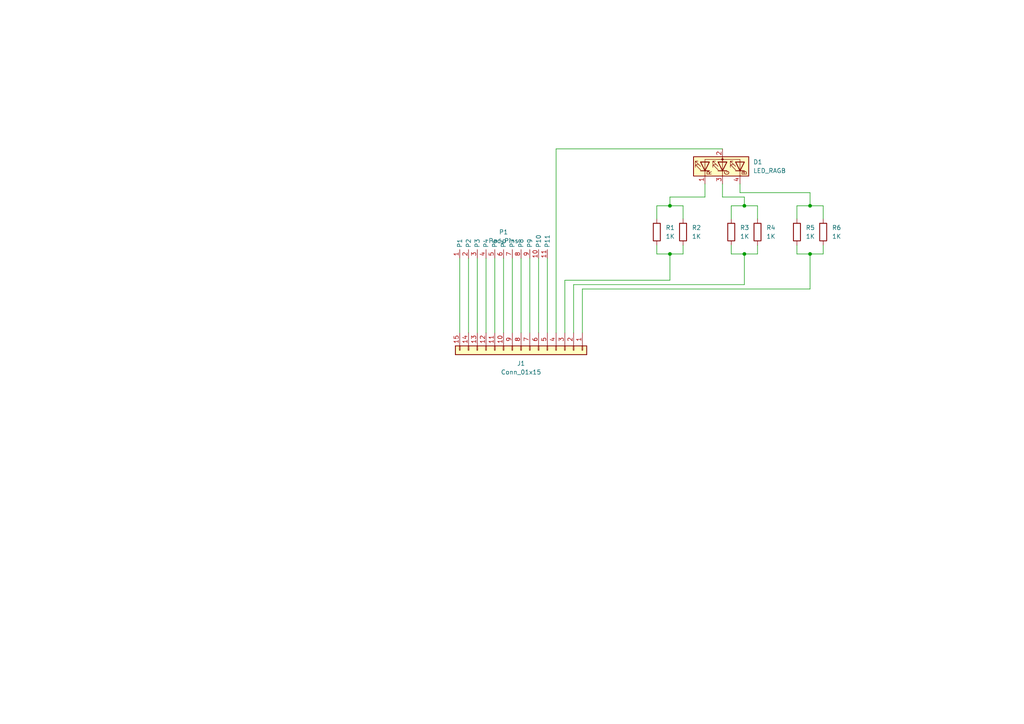
<source format=kicad_sch>
(kicad_sch (version 20211123) (generator eeschema)

  (uuid 9972677b-bee8-47b0-a170-a3c4df058d93)

  (paper "A4")

  (lib_symbols
    (symbol "Connector_Generic:Conn_01x15" (pin_names (offset 1.016) hide) (in_bom yes) (on_board yes)
      (property "Reference" "J" (id 0) (at 0 20.32 0)
        (effects (font (size 1.27 1.27)))
      )
      (property "Value" "Conn_01x15" (id 1) (at 0 -20.32 0)
        (effects (font (size 1.27 1.27)))
      )
      (property "Footprint" "" (id 2) (at 0 0 0)
        (effects (font (size 1.27 1.27)) hide)
      )
      (property "Datasheet" "~" (id 3) (at 0 0 0)
        (effects (font (size 1.27 1.27)) hide)
      )
      (property "ki_keywords" "connector" (id 4) (at 0 0 0)
        (effects (font (size 1.27 1.27)) hide)
      )
      (property "ki_description" "Generic connector, single row, 01x15, script generated (kicad-library-utils/schlib/autogen/connector/)" (id 5) (at 0 0 0)
        (effects (font (size 1.27 1.27)) hide)
      )
      (property "ki_fp_filters" "Connector*:*_1x??_*" (id 6) (at 0 0 0)
        (effects (font (size 1.27 1.27)) hide)
      )
      (symbol "Conn_01x15_1_1"
        (rectangle (start -1.27 -17.653) (end 0 -17.907)
          (stroke (width 0.1524) (type default) (color 0 0 0 0))
          (fill (type none))
        )
        (rectangle (start -1.27 -15.113) (end 0 -15.367)
          (stroke (width 0.1524) (type default) (color 0 0 0 0))
          (fill (type none))
        )
        (rectangle (start -1.27 -12.573) (end 0 -12.827)
          (stroke (width 0.1524) (type default) (color 0 0 0 0))
          (fill (type none))
        )
        (rectangle (start -1.27 -10.033) (end 0 -10.287)
          (stroke (width 0.1524) (type default) (color 0 0 0 0))
          (fill (type none))
        )
        (rectangle (start -1.27 -7.493) (end 0 -7.747)
          (stroke (width 0.1524) (type default) (color 0 0 0 0))
          (fill (type none))
        )
        (rectangle (start -1.27 -4.953) (end 0 -5.207)
          (stroke (width 0.1524) (type default) (color 0 0 0 0))
          (fill (type none))
        )
        (rectangle (start -1.27 -2.413) (end 0 -2.667)
          (stroke (width 0.1524) (type default) (color 0 0 0 0))
          (fill (type none))
        )
        (rectangle (start -1.27 0.127) (end 0 -0.127)
          (stroke (width 0.1524) (type default) (color 0 0 0 0))
          (fill (type none))
        )
        (rectangle (start -1.27 2.667) (end 0 2.413)
          (stroke (width 0.1524) (type default) (color 0 0 0 0))
          (fill (type none))
        )
        (rectangle (start -1.27 5.207) (end 0 4.953)
          (stroke (width 0.1524) (type default) (color 0 0 0 0))
          (fill (type none))
        )
        (rectangle (start -1.27 7.747) (end 0 7.493)
          (stroke (width 0.1524) (type default) (color 0 0 0 0))
          (fill (type none))
        )
        (rectangle (start -1.27 10.287) (end 0 10.033)
          (stroke (width 0.1524) (type default) (color 0 0 0 0))
          (fill (type none))
        )
        (rectangle (start -1.27 12.827) (end 0 12.573)
          (stroke (width 0.1524) (type default) (color 0 0 0 0))
          (fill (type none))
        )
        (rectangle (start -1.27 15.367) (end 0 15.113)
          (stroke (width 0.1524) (type default) (color 0 0 0 0))
          (fill (type none))
        )
        (rectangle (start -1.27 17.907) (end 0 17.653)
          (stroke (width 0.1524) (type default) (color 0 0 0 0))
          (fill (type none))
        )
        (rectangle (start -1.27 19.05) (end 1.27 -19.05)
          (stroke (width 0.254) (type default) (color 0 0 0 0))
          (fill (type background))
        )
        (pin passive line (at -5.08 17.78 0) (length 3.81)
          (name "Pin_1" (effects (font (size 1.27 1.27))))
          (number "1" (effects (font (size 1.27 1.27))))
        )
        (pin passive line (at -5.08 -5.08 0) (length 3.81)
          (name "Pin_10" (effects (font (size 1.27 1.27))))
          (number "10" (effects (font (size 1.27 1.27))))
        )
        (pin passive line (at -5.08 -7.62 0) (length 3.81)
          (name "Pin_11" (effects (font (size 1.27 1.27))))
          (number "11" (effects (font (size 1.27 1.27))))
        )
        (pin passive line (at -5.08 -10.16 0) (length 3.81)
          (name "Pin_12" (effects (font (size 1.27 1.27))))
          (number "12" (effects (font (size 1.27 1.27))))
        )
        (pin passive line (at -5.08 -12.7 0) (length 3.81)
          (name "Pin_13" (effects (font (size 1.27 1.27))))
          (number "13" (effects (font (size 1.27 1.27))))
        )
        (pin passive line (at -5.08 -15.24 0) (length 3.81)
          (name "Pin_14" (effects (font (size 1.27 1.27))))
          (number "14" (effects (font (size 1.27 1.27))))
        )
        (pin passive line (at -5.08 -17.78 0) (length 3.81)
          (name "Pin_15" (effects (font (size 1.27 1.27))))
          (number "15" (effects (font (size 1.27 1.27))))
        )
        (pin passive line (at -5.08 15.24 0) (length 3.81)
          (name "Pin_2" (effects (font (size 1.27 1.27))))
          (number "2" (effects (font (size 1.27 1.27))))
        )
        (pin passive line (at -5.08 12.7 0) (length 3.81)
          (name "Pin_3" (effects (font (size 1.27 1.27))))
          (number "3" (effects (font (size 1.27 1.27))))
        )
        (pin passive line (at -5.08 10.16 0) (length 3.81)
          (name "Pin_4" (effects (font (size 1.27 1.27))))
          (number "4" (effects (font (size 1.27 1.27))))
        )
        (pin passive line (at -5.08 7.62 0) (length 3.81)
          (name "Pin_5" (effects (font (size 1.27 1.27))))
          (number "5" (effects (font (size 1.27 1.27))))
        )
        (pin passive line (at -5.08 5.08 0) (length 3.81)
          (name "Pin_6" (effects (font (size 1.27 1.27))))
          (number "6" (effects (font (size 1.27 1.27))))
        )
        (pin passive line (at -5.08 2.54 0) (length 3.81)
          (name "Pin_7" (effects (font (size 1.27 1.27))))
          (number "7" (effects (font (size 1.27 1.27))))
        )
        (pin passive line (at -5.08 0 0) (length 3.81)
          (name "Pin_8" (effects (font (size 1.27 1.27))))
          (number "8" (effects (font (size 1.27 1.27))))
        )
        (pin passive line (at -5.08 -2.54 0) (length 3.81)
          (name "Pin_9" (effects (font (size 1.27 1.27))))
          (number "9" (effects (font (size 1.27 1.27))))
        )
      )
    )
    (symbol "Device:LED_RAGB" (pin_names (offset 0) hide) (in_bom yes) (on_board yes)
      (property "Reference" "D" (id 0) (at 0 9.398 0)
        (effects (font (size 1.27 1.27)))
      )
      (property "Value" "LED_RAGB" (id 1) (at 0 -8.89 0)
        (effects (font (size 1.27 1.27)))
      )
      (property "Footprint" "" (id 2) (at 0 -1.27 0)
        (effects (font (size 1.27 1.27)) hide)
      )
      (property "Datasheet" "~" (id 3) (at 0 -1.27 0)
        (effects (font (size 1.27 1.27)) hide)
      )
      (property "ki_keywords" "LED RGB diode" (id 4) (at 0 0 0)
        (effects (font (size 1.27 1.27)) hide)
      )
      (property "ki_description" "RGB LED, red/anode/green/blue" (id 5) (at 0 0 0)
        (effects (font (size 1.27 1.27)) hide)
      )
      (property "ki_fp_filters" "LED* LED_SMD:* LED_THT:*" (id 6) (at 0 0 0)
        (effects (font (size 1.27 1.27)) hide)
      )
      (symbol "LED_RAGB_0_0"
        (text "B" (at -1.905 -6.35 0)
          (effects (font (size 1.27 1.27)))
        )
        (text "G" (at -1.905 -1.27 0)
          (effects (font (size 1.27 1.27)))
        )
        (text "R" (at -1.905 3.81 0)
          (effects (font (size 1.27 1.27)))
        )
      )
      (symbol "LED_RAGB_0_1"
        (polyline
          (pts
            (xy -1.27 -5.08)
            (xy -2.54 -5.08)
          )
          (stroke (width 0) (type default) (color 0 0 0 0))
          (fill (type none))
        )
        (polyline
          (pts
            (xy -1.27 -5.08)
            (xy 1.27 -5.08)
          )
          (stroke (width 0) (type default) (color 0 0 0 0))
          (fill (type none))
        )
        (polyline
          (pts
            (xy -1.27 -3.81)
            (xy -1.27 -6.35)
          )
          (stroke (width 0.254) (type default) (color 0 0 0 0))
          (fill (type none))
        )
        (polyline
          (pts
            (xy -1.27 0)
            (xy -2.54 0)
          )
          (stroke (width 0) (type default) (color 0 0 0 0))
          (fill (type none))
        )
        (polyline
          (pts
            (xy -1.27 1.27)
            (xy -1.27 -1.27)
          )
          (stroke (width 0.254) (type default) (color 0 0 0 0))
          (fill (type none))
        )
        (polyline
          (pts
            (xy -1.27 5.08)
            (xy -2.54 5.08)
          )
          (stroke (width 0) (type default) (color 0 0 0 0))
          (fill (type none))
        )
        (polyline
          (pts
            (xy -1.27 5.08)
            (xy 1.27 5.08)
          )
          (stroke (width 0) (type default) (color 0 0 0 0))
          (fill (type none))
        )
        (polyline
          (pts
            (xy -1.27 6.35)
            (xy -1.27 3.81)
          )
          (stroke (width 0.254) (type default) (color 0 0 0 0))
          (fill (type none))
        )
        (polyline
          (pts
            (xy 1.27 0)
            (xy -1.27 0)
          )
          (stroke (width 0) (type default) (color 0 0 0 0))
          (fill (type none))
        )
        (polyline
          (pts
            (xy 1.27 0)
            (xy 2.54 0)
          )
          (stroke (width 0) (type default) (color 0 0 0 0))
          (fill (type none))
        )
        (polyline
          (pts
            (xy -1.27 1.27)
            (xy -1.27 -1.27)
            (xy -1.27 -1.27)
          )
          (stroke (width 0) (type default) (color 0 0 0 0))
          (fill (type none))
        )
        (polyline
          (pts
            (xy -1.27 6.35)
            (xy -1.27 3.81)
            (xy -1.27 3.81)
          )
          (stroke (width 0) (type default) (color 0 0 0 0))
          (fill (type none))
        )
        (polyline
          (pts
            (xy 1.27 -5.08)
            (xy 2.032 -5.08)
            (xy 2.032 5.08)
            (xy 1.27 5.08)
          )
          (stroke (width 0) (type default) (color 0 0 0 0))
          (fill (type none))
        )
        (polyline
          (pts
            (xy 1.27 -3.81)
            (xy 1.27 -6.35)
            (xy -1.27 -5.08)
            (xy 1.27 -3.81)
          )
          (stroke (width 0.254) (type default) (color 0 0 0 0))
          (fill (type none))
        )
        (polyline
          (pts
            (xy 1.27 1.27)
            (xy 1.27 -1.27)
            (xy -1.27 0)
            (xy 1.27 1.27)
          )
          (stroke (width 0.254) (type default) (color 0 0 0 0))
          (fill (type none))
        )
        (polyline
          (pts
            (xy 1.27 6.35)
            (xy 1.27 3.81)
            (xy -1.27 5.08)
            (xy 1.27 6.35)
          )
          (stroke (width 0.254) (type default) (color 0 0 0 0))
          (fill (type none))
        )
        (polyline
          (pts
            (xy -1.016 -3.81)
            (xy 0.508 -2.286)
            (xy -0.254 -2.286)
            (xy 0.508 -2.286)
            (xy 0.508 -3.048)
          )
          (stroke (width 0) (type default) (color 0 0 0 0))
          (fill (type none))
        )
        (polyline
          (pts
            (xy -1.016 1.27)
            (xy 0.508 2.794)
            (xy -0.254 2.794)
            (xy 0.508 2.794)
            (xy 0.508 2.032)
          )
          (stroke (width 0) (type default) (color 0 0 0 0))
          (fill (type none))
        )
        (polyline
          (pts
            (xy -1.016 6.35)
            (xy 0.508 7.874)
            (xy -0.254 7.874)
            (xy 0.508 7.874)
            (xy 0.508 7.112)
          )
          (stroke (width 0) (type default) (color 0 0 0 0))
          (fill (type none))
        )
        (polyline
          (pts
            (xy 0 -3.81)
            (xy 1.524 -2.286)
            (xy 0.762 -2.286)
            (xy 1.524 -2.286)
            (xy 1.524 -3.048)
          )
          (stroke (width 0) (type default) (color 0 0 0 0))
          (fill (type none))
        )
        (polyline
          (pts
            (xy 0 1.27)
            (xy 1.524 2.794)
            (xy 0.762 2.794)
            (xy 1.524 2.794)
            (xy 1.524 2.032)
          )
          (stroke (width 0) (type default) (color 0 0 0 0))
          (fill (type none))
        )
        (polyline
          (pts
            (xy 0 6.35)
            (xy 1.524 7.874)
            (xy 0.762 7.874)
            (xy 1.524 7.874)
            (xy 1.524 7.112)
          )
          (stroke (width 0) (type default) (color 0 0 0 0))
          (fill (type none))
        )
        (rectangle (start 1.27 -1.27) (end 1.27 1.27)
          (stroke (width 0) (type default) (color 0 0 0 0))
          (fill (type none))
        )
        (rectangle (start 1.27 1.27) (end 1.27 1.27)
          (stroke (width 0) (type default) (color 0 0 0 0))
          (fill (type none))
        )
        (rectangle (start 1.27 3.81) (end 1.27 6.35)
          (stroke (width 0) (type default) (color 0 0 0 0))
          (fill (type none))
        )
        (rectangle (start 1.27 6.35) (end 1.27 6.35)
          (stroke (width 0) (type default) (color 0 0 0 0))
          (fill (type none))
        )
        (circle (center 2.032 0) (radius 0.254)
          (stroke (width 0) (type default) (color 0 0 0 0))
          (fill (type outline))
        )
        (rectangle (start 2.794 8.382) (end -2.794 -7.62)
          (stroke (width 0.254) (type default) (color 0 0 0 0))
          (fill (type background))
        )
      )
      (symbol "LED_RAGB_1_1"
        (pin passive line (at -5.08 5.08 0) (length 2.54)
          (name "RK" (effects (font (size 1.27 1.27))))
          (number "1" (effects (font (size 1.27 1.27))))
        )
        (pin passive line (at 5.08 0 180) (length 2.54)
          (name "A" (effects (font (size 1.27 1.27))))
          (number "2" (effects (font (size 1.27 1.27))))
        )
        (pin passive line (at -5.08 0 0) (length 2.54)
          (name "GK" (effects (font (size 1.27 1.27))))
          (number "3" (effects (font (size 1.27 1.27))))
        )
        (pin passive line (at -5.08 -5.08 0) (length 2.54)
          (name "BK" (effects (font (size 1.27 1.27))))
          (number "4" (effects (font (size 1.27 1.27))))
        )
      )
    )
    (symbol "Device:R" (pin_numbers hide) (pin_names (offset 0)) (in_bom yes) (on_board yes)
      (property "Reference" "R" (id 0) (at 2.032 0 90)
        (effects (font (size 1.27 1.27)))
      )
      (property "Value" "R" (id 1) (at 0 0 90)
        (effects (font (size 1.27 1.27)))
      )
      (property "Footprint" "" (id 2) (at -1.778 0 90)
        (effects (font (size 1.27 1.27)) hide)
      )
      (property "Datasheet" "~" (id 3) (at 0 0 0)
        (effects (font (size 1.27 1.27)) hide)
      )
      (property "ki_keywords" "R res resistor" (id 4) (at 0 0 0)
        (effects (font (size 1.27 1.27)) hide)
      )
      (property "ki_description" "Resistor" (id 5) (at 0 0 0)
        (effects (font (size 1.27 1.27)) hide)
      )
      (property "ki_fp_filters" "R_*" (id 6) (at 0 0 0)
        (effects (font (size 1.27 1.27)) hide)
      )
      (symbol "R_0_1"
        (rectangle (start -1.016 -2.54) (end 1.016 2.54)
          (stroke (width 0.254) (type default) (color 0 0 0 0))
          (fill (type none))
        )
      )
      (symbol "R_1_1"
        (pin passive line (at 0 3.81 270) (length 1.27)
          (name "~" (effects (font (size 1.27 1.27))))
          (number "1" (effects (font (size 1.27 1.27))))
        )
        (pin passive line (at 0 -3.81 90) (length 1.27)
          (name "~" (effects (font (size 1.27 1.27))))
          (number "2" (effects (font (size 1.27 1.27))))
        )
      )
    )
    (symbol "FP_Keypad:Pad_Pins" (in_bom yes) (on_board yes)
      (property "Reference" "P" (id 0) (at 0 7.62 0)
        (effects (font (size 1.27 1.27)))
      )
      (property "Value" "Pad_Pins" (id 1) (at 0 -7.62 0)
        (effects (font (size 1.27 1.27)))
      )
      (property "Footprint" "" (id 2) (at -6.35 5.08 0)
        (effects (font (size 1.27 1.27)) hide)
      )
      (property "Datasheet" "" (id 3) (at -6.35 5.08 0)
        (effects (font (size 1.27 1.27)) hide)
      )
      (symbol "Pad_Pins_1_1"
        (pin output line (at -12.7 0 90) (length 2.54)
          (name "P1" (effects (font (size 1.27 1.27))))
          (number "1" (effects (font (size 1.27 1.27))))
        )
        (pin output line (at 10.16 0 90) (length 2.54)
          (name "P10" (effects (font (size 1.27 1.27))))
          (number "10" (effects (font (size 1.27 1.27))))
        )
        (pin output line (at 12.7 0 90) (length 2.54)
          (name "P11" (effects (font (size 1.27 1.27))))
          (number "11" (effects (font (size 1.27 1.27))))
        )
        (pin output line (at -10.16 0 90) (length 2.54)
          (name "P2" (effects (font (size 1.27 1.27))))
          (number "2" (effects (font (size 1.27 1.27))))
        )
        (pin output line (at -7.62 0 90) (length 2.54)
          (name "P3" (effects (font (size 1.27 1.27))))
          (number "3" (effects (font (size 1.27 1.27))))
        )
        (pin output line (at -5.08 0 90) (length 2.54)
          (name "P4" (effects (font (size 1.27 1.27))))
          (number "4" (effects (font (size 1.27 1.27))))
        )
        (pin output line (at -2.54 0 90) (length 2.54)
          (name "P5" (effects (font (size 1.27 1.27))))
          (number "5" (effects (font (size 1.27 1.27))))
        )
        (pin output line (at 0 0 90) (length 2.54)
          (name "P6" (effects (font (size 1.27 1.27))))
          (number "6" (effects (font (size 1.27 1.27))))
        )
        (pin output line (at 2.54 0 90) (length 2.54)
          (name "P7" (effects (font (size 1.27 1.27))))
          (number "7" (effects (font (size 1.27 1.27))))
        )
        (pin output line (at 5.08 0 90) (length 2.54)
          (name "P8" (effects (font (size 1.27 1.27))))
          (number "8" (effects (font (size 1.27 1.27))))
        )
        (pin output line (at 7.62 0 90) (length 2.54)
          (name "P9" (effects (font (size 1.27 1.27))))
          (number "9" (effects (font (size 1.27 1.27))))
        )
      )
    )
  )

  (junction (at 234.95 73.66) (diameter 0) (color 0 0 0 0)
    (uuid 0b71f8d2-3097-4cea-abd6-6f18d197bcff)
  )
  (junction (at 215.9 59.69) (diameter 0) (color 0 0 0 0)
    (uuid 1b7611b2-127f-43fc-904d-76437255f8a7)
  )
  (junction (at 194.31 73.66) (diameter 0) (color 0 0 0 0)
    (uuid 3f02b955-c489-4feb-aad2-8789da11c093)
  )
  (junction (at 215.9 73.66) (diameter 0) (color 0 0 0 0)
    (uuid 453265ce-6c6e-469b-b4a6-6ef224e2b9cf)
  )
  (junction (at 194.31 59.69) (diameter 0) (color 0 0 0 0)
    (uuid e4972da6-7722-406d-a4dd-70a55eab8481)
  )
  (junction (at 234.95 59.69) (diameter 0) (color 0 0 0 0)
    (uuid edee798e-9951-4b74-b31c-0f404ae383bc)
  )

  (wire (pts (xy 198.12 73.66) (xy 198.12 71.12))
    (stroke (width 0) (type default) (color 0 0 0 0))
    (uuid 01bb07b7-5eda-4da8-b61b-2d6248635b61)
  )
  (wire (pts (xy 168.91 83.82) (xy 234.95 83.82))
    (stroke (width 0) (type default) (color 0 0 0 0))
    (uuid 01e98450-684e-414d-a12c-179b96fd374a)
  )
  (wire (pts (xy 238.76 59.69) (xy 238.76 63.5))
    (stroke (width 0) (type default) (color 0 0 0 0))
    (uuid 075cbd41-e059-4999-a3b0-80ab73d34f84)
  )
  (wire (pts (xy 234.95 59.69) (xy 238.76 59.69))
    (stroke (width 0) (type default) (color 0 0 0 0))
    (uuid 08be161e-5574-4685-9824-2f53afe458f7)
  )
  (wire (pts (xy 194.31 73.66) (xy 198.12 73.66))
    (stroke (width 0) (type default) (color 0 0 0 0))
    (uuid 0a8ea2e3-07c3-4e9e-95fb-56768f23a080)
  )
  (wire (pts (xy 234.95 55.88) (xy 234.95 59.69))
    (stroke (width 0) (type default) (color 0 0 0 0))
    (uuid 0f48e6f2-844e-49db-b756-adef81673018)
  )
  (wire (pts (xy 209.55 43.18) (xy 161.29 43.18))
    (stroke (width 0) (type default) (color 0 0 0 0))
    (uuid 0f576882-bf86-4e8c-8727-80413ffd1582)
  )
  (wire (pts (xy 209.55 53.34) (xy 209.55 57.15))
    (stroke (width 0) (type default) (color 0 0 0 0))
    (uuid 1858649d-3564-4306-b3ba-62004bdfdb9c)
  )
  (wire (pts (xy 214.63 53.34) (xy 214.63 55.88))
    (stroke (width 0) (type default) (color 0 0 0 0))
    (uuid 202d0e4b-c593-40e6-9ef9-bc57914737ab)
  )
  (wire (pts (xy 156.21 74.93) (xy 156.21 96.52))
    (stroke (width 0) (type default) (color 0 0 0 0))
    (uuid 253fab67-1bd1-4fba-bc95-569ec161ad68)
  )
  (wire (pts (xy 153.67 74.93) (xy 153.67 96.52))
    (stroke (width 0) (type default) (color 0 0 0 0))
    (uuid 2772f6a2-533a-45c5-b354-caf5749aae38)
  )
  (wire (pts (xy 231.14 73.66) (xy 234.95 73.66))
    (stroke (width 0) (type default) (color 0 0 0 0))
    (uuid 2f90215b-e393-4b25-9a9c-7c804aa70eca)
  )
  (wire (pts (xy 135.89 74.93) (xy 135.89 96.52))
    (stroke (width 0) (type default) (color 0 0 0 0))
    (uuid 30990bd3-6571-4398-a8b1-ed8942c0f011)
  )
  (wire (pts (xy 143.51 74.93) (xy 143.51 96.52))
    (stroke (width 0) (type default) (color 0 0 0 0))
    (uuid 3a8fa8a2-5fc1-40af-a6ab-0b36319fa518)
  )
  (wire (pts (xy 234.95 73.66) (xy 234.95 83.82))
    (stroke (width 0) (type default) (color 0 0 0 0))
    (uuid 4e2c9139-6e41-42ac-af1e-b709d528cd70)
  )
  (wire (pts (xy 215.9 73.66) (xy 219.71 73.66))
    (stroke (width 0) (type default) (color 0 0 0 0))
    (uuid 51ffeb99-a0d1-4332-97e0-7ae46b356fdb)
  )
  (wire (pts (xy 234.95 73.66) (xy 238.76 73.66))
    (stroke (width 0) (type default) (color 0 0 0 0))
    (uuid 570828c0-d606-41a0-b767-8b34cf9929e8)
  )
  (wire (pts (xy 151.13 74.93) (xy 151.13 96.52))
    (stroke (width 0) (type default) (color 0 0 0 0))
    (uuid 5f010a31-315a-405c-8a10-a4307abe7ff1)
  )
  (wire (pts (xy 209.55 57.15) (xy 215.9 57.15))
    (stroke (width 0) (type default) (color 0 0 0 0))
    (uuid 6678ab4e-07d7-4193-8eaf-37f5182a04b3)
  )
  (wire (pts (xy 198.12 59.69) (xy 198.12 63.5))
    (stroke (width 0) (type default) (color 0 0 0 0))
    (uuid 66950b6c-bb56-46d2-a85a-1c0ba8314796)
  )
  (wire (pts (xy 190.5 59.69) (xy 194.31 59.69))
    (stroke (width 0) (type default) (color 0 0 0 0))
    (uuid 689f83b3-a6fa-4519-bd19-ce186a717680)
  )
  (wire (pts (xy 238.76 73.66) (xy 238.76 71.12))
    (stroke (width 0) (type default) (color 0 0 0 0))
    (uuid 68b53f7d-3d14-4aa6-a70f-6bcbb672bf56)
  )
  (wire (pts (xy 215.9 57.15) (xy 215.9 59.69))
    (stroke (width 0) (type default) (color 0 0 0 0))
    (uuid 711c5f8c-6bf3-4f0c-881c-0af30115e5ae)
  )
  (wire (pts (xy 148.59 74.93) (xy 148.59 96.52))
    (stroke (width 0) (type default) (color 0 0 0 0))
    (uuid 7293c879-fbe6-4c03-ad85-4c995c87035c)
  )
  (wire (pts (xy 212.09 71.12) (xy 212.09 73.66))
    (stroke (width 0) (type default) (color 0 0 0 0))
    (uuid 75845f94-0a1c-434b-b442-ed1626d027b4)
  )
  (wire (pts (xy 133.35 74.93) (xy 133.35 96.52))
    (stroke (width 0) (type default) (color 0 0 0 0))
    (uuid 79b6ad09-c682-4c6a-8692-ba643562ee79)
  )
  (wire (pts (xy 190.5 73.66) (xy 194.31 73.66))
    (stroke (width 0) (type default) (color 0 0 0 0))
    (uuid 7e9329c4-16a3-4986-8f6c-7cae4830d5f3)
  )
  (wire (pts (xy 146.05 74.93) (xy 146.05 96.52))
    (stroke (width 0) (type default) (color 0 0 0 0))
    (uuid 833f63f6-4f06-490b-9dee-147d86972e7c)
  )
  (wire (pts (xy 214.63 55.88) (xy 234.95 55.88))
    (stroke (width 0) (type default) (color 0 0 0 0))
    (uuid 8433e38f-e6cd-4f48-b58f-f0124901c0a5)
  )
  (wire (pts (xy 161.29 43.18) (xy 161.29 96.52))
    (stroke (width 0) (type default) (color 0 0 0 0))
    (uuid 8e84081f-4c60-4e28-ba78-cbd6e4023f76)
  )
  (wire (pts (xy 158.75 74.93) (xy 158.75 96.52))
    (stroke (width 0) (type default) (color 0 0 0 0))
    (uuid 93f52434-7cd2-4885-a9ab-d1d17da5b6f5)
  )
  (wire (pts (xy 231.14 63.5) (xy 231.14 59.69))
    (stroke (width 0) (type default) (color 0 0 0 0))
    (uuid 952f2c9e-22eb-4f87-b226-0774c048ea44)
  )
  (wire (pts (xy 166.37 82.55) (xy 215.9 82.55))
    (stroke (width 0) (type default) (color 0 0 0 0))
    (uuid 9ebb8961-1928-4d74-98ba-72ffa4597a8c)
  )
  (wire (pts (xy 166.37 96.52) (xy 166.37 82.55))
    (stroke (width 0) (type default) (color 0 0 0 0))
    (uuid 9fed3a0f-18e3-4e4c-a271-140f75b47fbd)
  )
  (wire (pts (xy 163.83 96.52) (xy 163.83 81.28))
    (stroke (width 0) (type default) (color 0 0 0 0))
    (uuid b12fbb6a-e398-4317-bd6b-488d21f0edcd)
  )
  (wire (pts (xy 168.91 96.52) (xy 168.91 83.82))
    (stroke (width 0) (type default) (color 0 0 0 0))
    (uuid b1adcc5c-15bb-43dd-ae7b-5443c22cbb05)
  )
  (wire (pts (xy 194.31 59.69) (xy 198.12 59.69))
    (stroke (width 0) (type default) (color 0 0 0 0))
    (uuid b4d99371-3e1e-4f15-ba79-4b581ed60d27)
  )
  (wire (pts (xy 190.5 71.12) (xy 190.5 73.66))
    (stroke (width 0) (type default) (color 0 0 0 0))
    (uuid b537aae8-f7e4-4904-a5f7-7b6b965e0c9c)
  )
  (wire (pts (xy 215.9 73.66) (xy 215.9 82.55))
    (stroke (width 0) (type default) (color 0 0 0 0))
    (uuid b5aef72b-6467-4b13-bacd-8c40e10d8a5e)
  )
  (wire (pts (xy 204.47 57.15) (xy 194.31 57.15))
    (stroke (width 0) (type default) (color 0 0 0 0))
    (uuid b69c8211-3dc1-4a6e-9fc4-cb90c3e7a372)
  )
  (wire (pts (xy 212.09 59.69) (xy 215.9 59.69))
    (stroke (width 0) (type default) (color 0 0 0 0))
    (uuid bd49d47f-5e0e-44ee-aba6-ebed9f1d7237)
  )
  (wire (pts (xy 212.09 63.5) (xy 212.09 59.69))
    (stroke (width 0) (type default) (color 0 0 0 0))
    (uuid c8268a62-f76f-46c3-bf73-58ae90fb8ed1)
  )
  (wire (pts (xy 215.9 59.69) (xy 219.71 59.69))
    (stroke (width 0) (type default) (color 0 0 0 0))
    (uuid c8c1517a-7bf4-4681-bc6e-3c92b3149b14)
  )
  (wire (pts (xy 231.14 59.69) (xy 234.95 59.69))
    (stroke (width 0) (type default) (color 0 0 0 0))
    (uuid ca535355-ae8a-4bb7-afa7-d51978482f97)
  )
  (wire (pts (xy 163.83 81.28) (xy 194.31 81.28))
    (stroke (width 0) (type default) (color 0 0 0 0))
    (uuid db390705-9673-417d-a673-3874017a1f92)
  )
  (wire (pts (xy 140.97 74.93) (xy 140.97 96.52))
    (stroke (width 0) (type default) (color 0 0 0 0))
    (uuid dcce5ac6-2e2a-43d1-af50-981c7068a6ab)
  )
  (wire (pts (xy 219.71 73.66) (xy 219.71 71.12))
    (stroke (width 0) (type default) (color 0 0 0 0))
    (uuid de6f0de3-2cf6-4eba-8e41-648db8a0e991)
  )
  (wire (pts (xy 194.31 57.15) (xy 194.31 59.69))
    (stroke (width 0) (type default) (color 0 0 0 0))
    (uuid dee26efd-4450-473b-b9f6-3af8f63a4354)
  )
  (wire (pts (xy 231.14 71.12) (xy 231.14 73.66))
    (stroke (width 0) (type default) (color 0 0 0 0))
    (uuid e81d3db1-a122-49f5-a93a-6480e5aa167d)
  )
  (wire (pts (xy 212.09 73.66) (xy 215.9 73.66))
    (stroke (width 0) (type default) (color 0 0 0 0))
    (uuid ed132e08-4ccd-41fc-b0df-93fa46235d4d)
  )
  (wire (pts (xy 219.71 59.69) (xy 219.71 63.5))
    (stroke (width 0) (type default) (color 0 0 0 0))
    (uuid ed96bf58-24f5-4e83-9991-a6fcd8524a2c)
  )
  (wire (pts (xy 194.31 81.28) (xy 194.31 73.66))
    (stroke (width 0) (type default) (color 0 0 0 0))
    (uuid ef58eabc-3ae8-410e-a6e0-a4912cecc196)
  )
  (wire (pts (xy 138.43 74.93) (xy 138.43 96.52))
    (stroke (width 0) (type default) (color 0 0 0 0))
    (uuid f377543d-c04d-4e23-aa87-7188a3ea31c8)
  )
  (wire (pts (xy 190.5 63.5) (xy 190.5 59.69))
    (stroke (width 0) (type default) (color 0 0 0 0))
    (uuid f7050568-b403-487e-a72a-38a110a92023)
  )
  (wire (pts (xy 204.47 53.34) (xy 204.47 57.15))
    (stroke (width 0) (type default) (color 0 0 0 0))
    (uuid fe741b3a-fbb1-44b2-87a4-8436b6678a9c)
  )

  (symbol (lib_id "Device:R") (at 212.09 67.31 180) (unit 1)
    (in_bom yes) (on_board yes) (fields_autoplaced)
    (uuid 04c8a015-f07e-405f-a399-8180b3cd2d12)
    (property "Reference" "R3" (id 0) (at 214.63 66.0399 0)
      (effects (font (size 1.27 1.27)) (justify right))
    )
    (property "Value" "1K" (id 1) (at 214.63 68.5799 0)
      (effects (font (size 1.27 1.27)) (justify right))
    )
    (property "Footprint" "Resistor_SMD:R_1206_3216Metric" (id 2) (at 213.868 67.31 90)
      (effects (font (size 1.27 1.27)) hide)
    )
    (property "Datasheet" "~" (id 3) (at 212.09 67.31 0)
      (effects (font (size 1.27 1.27)) hide)
    )
    (pin "1" (uuid 62242789-5bdb-40f6-a02c-df838a61e697))
    (pin "2" (uuid e96b07a3-2ba1-4809-84d1-8e22eef760f3))
  )

  (symbol (lib_id "Device:R") (at 231.14 67.31 180) (unit 1)
    (in_bom yes) (on_board yes) (fields_autoplaced)
    (uuid 0565eab0-3b3a-4168-80cf-bd999a21623d)
    (property "Reference" "R5" (id 0) (at 233.68 66.0399 0)
      (effects (font (size 1.27 1.27)) (justify right))
    )
    (property "Value" "1K" (id 1) (at 233.68 68.5799 0)
      (effects (font (size 1.27 1.27)) (justify right))
    )
    (property "Footprint" "Resistor_SMD:R_1206_3216Metric" (id 2) (at 232.918 67.31 90)
      (effects (font (size 1.27 1.27)) hide)
    )
    (property "Datasheet" "~" (id 3) (at 231.14 67.31 0)
      (effects (font (size 1.27 1.27)) hide)
    )
    (pin "1" (uuid 27707420-8e93-42fd-9578-ad5e202f75a7))
    (pin "2" (uuid 587e52f9-2cc4-4253-9e36-bda30d35b7e8))
  )

  (symbol (lib_id "Device:R") (at 198.12 67.31 180) (unit 1)
    (in_bom yes) (on_board yes) (fields_autoplaced)
    (uuid 15d7baa9-c6bf-4c0d-8cb7-f5408e3568b5)
    (property "Reference" "R2" (id 0) (at 200.66 66.0399 0)
      (effects (font (size 1.27 1.27)) (justify right))
    )
    (property "Value" "1K" (id 1) (at 200.66 68.5799 0)
      (effects (font (size 1.27 1.27)) (justify right))
    )
    (property "Footprint" "Resistor_SMD:R_1206_3216Metric" (id 2) (at 199.898 67.31 90)
      (effects (font (size 1.27 1.27)) hide)
    )
    (property "Datasheet" "~" (id 3) (at 198.12 67.31 0)
      (effects (font (size 1.27 1.27)) hide)
    )
    (pin "1" (uuid 463c0515-1a8a-44a8-bc1a-ffa1ea094e8f))
    (pin "2" (uuid 2344ba6e-c29d-4891-b026-2036511bfd08))
  )

  (symbol (lib_id "FP_Keypad:Pad_Pins") (at 146.05 74.93 0) (unit 1)
    (in_bom yes) (on_board yes) (fields_autoplaced)
    (uuid 2062b806-1b15-454a-9220-6cc181f88a6b)
    (property "Reference" "P1" (id 0) (at 146.05 67.31 0))
    (property "Value" "Pad_Pins" (id 1) (at 146.05 69.85 0))
    (property "Footprint" "Fp_Tablet_Library:Keypad Pads" (id 2) (at 139.7 69.85 0)
      (effects (font (size 1.27 1.27)) hide)
    )
    (property "Datasheet" "" (id 3) (at 139.7 69.85 0)
      (effects (font (size 1.27 1.27)) hide)
    )
    (pin "1" (uuid 4ea45c98-d7cf-464c-9486-4366ec6b4cdd))
    (pin "10" (uuid 901e5ec2-a9f8-4e84-9262-d1ca5d62a9df))
    (pin "11" (uuid a2eba034-8315-4a3f-87c5-b074129d9b89))
    (pin "2" (uuid 108f9a45-5793-45c3-9e71-170985ad53b3))
    (pin "3" (uuid 34a21dc3-6426-4e53-9fb3-937c5cfafe17))
    (pin "4" (uuid d9e1ac36-dada-4ead-ab92-6b88bb75bdd0))
    (pin "5" (uuid 1e6c9ce7-e789-4135-b5d3-9eb86715b348))
    (pin "6" (uuid 55a2519b-6e83-469e-a5de-eccc4448679d))
    (pin "7" (uuid aa4b9e9a-546d-42b6-a2da-75bcda7b6118))
    (pin "8" (uuid c55b8828-dcd7-441b-a84b-b6549d6f37a9))
    (pin "9" (uuid c9c6d7c1-ff36-4ef8-bf52-59837e173599))
  )

  (symbol (lib_id "Device:R") (at 219.71 67.31 180) (unit 1)
    (in_bom yes) (on_board yes) (fields_autoplaced)
    (uuid 737694a1-e1da-4724-8b51-cfe0192d5d62)
    (property "Reference" "R4" (id 0) (at 222.25 66.0399 0)
      (effects (font (size 1.27 1.27)) (justify right))
    )
    (property "Value" "1K" (id 1) (at 222.25 68.5799 0)
      (effects (font (size 1.27 1.27)) (justify right))
    )
    (property "Footprint" "Resistor_SMD:R_1206_3216Metric" (id 2) (at 221.488 67.31 90)
      (effects (font (size 1.27 1.27)) hide)
    )
    (property "Datasheet" "~" (id 3) (at 219.71 67.31 0)
      (effects (font (size 1.27 1.27)) hide)
    )
    (pin "1" (uuid e2fcb281-1f72-4147-8b6c-5bc1bb1e1571))
    (pin "2" (uuid bf978e09-ef4e-4d68-9a2b-c889ea6f8823))
  )

  (symbol (lib_id "Device:R") (at 238.76 67.31 180) (unit 1)
    (in_bom yes) (on_board yes) (fields_autoplaced)
    (uuid 870cd078-22e2-4424-88a4-86a83a152e8b)
    (property "Reference" "R6" (id 0) (at 241.3 66.0399 0)
      (effects (font (size 1.27 1.27)) (justify right))
    )
    (property "Value" "1K" (id 1) (at 241.3 68.5799 0)
      (effects (font (size 1.27 1.27)) (justify right))
    )
    (property "Footprint" "Resistor_SMD:R_1206_3216Metric" (id 2) (at 240.538 67.31 90)
      (effects (font (size 1.27 1.27)) hide)
    )
    (property "Datasheet" "~" (id 3) (at 238.76 67.31 0)
      (effects (font (size 1.27 1.27)) hide)
    )
    (pin "1" (uuid 7842be1c-69f8-47da-a87c-ae664fea6313))
    (pin "2" (uuid 3ab2ec94-0b71-4e49-bb9c-d5dabcbe1901))
  )

  (symbol (lib_id "Device:R") (at 190.5 67.31 180) (unit 1)
    (in_bom yes) (on_board yes) (fields_autoplaced)
    (uuid b6346b0a-bb01-4e48-89f7-5054374e0d0d)
    (property "Reference" "R1" (id 0) (at 193.04 66.0399 0)
      (effects (font (size 1.27 1.27)) (justify right))
    )
    (property "Value" "1K" (id 1) (at 193.04 68.5799 0)
      (effects (font (size 1.27 1.27)) (justify right))
    )
    (property "Footprint" "Resistor_SMD:R_1206_3216Metric" (id 2) (at 192.278 67.31 90)
      (effects (font (size 1.27 1.27)) hide)
    )
    (property "Datasheet" "~" (id 3) (at 190.5 67.31 0)
      (effects (font (size 1.27 1.27)) hide)
    )
    (pin "1" (uuid 93927c49-5ee1-4ac6-b668-9cc01dba8402))
    (pin "2" (uuid 5cdb2718-315e-4c06-804f-561b680e75ba))
  )

  (symbol (lib_id "Connector_Generic:Conn_01x15") (at 151.13 101.6 270) (unit 1)
    (in_bom yes) (on_board yes) (fields_autoplaced)
    (uuid d16e5ffd-b39b-4dd8-a55e-110e46c1c9d7)
    (property "Reference" "J1" (id 0) (at 151.13 105.41 90))
    (property "Value" "Conn_01x15" (id 1) (at 151.13 107.95 90))
    (property "Footprint" "Connector_PinHeader_2.54mm:PinHeader_1x15_P2.54mm_Vertical" (id 2) (at 151.13 101.6 0)
      (effects (font (size 1.27 1.27)) hide)
    )
    (property "Datasheet" "~" (id 3) (at 151.13 101.6 0)
      (effects (font (size 1.27 1.27)) hide)
    )
    (pin "1" (uuid 768311ea-8d7d-406d-bb57-9887a4a14a1e))
    (pin "10" (uuid a6090bf5-2825-4263-a657-4f649151ba05))
    (pin "11" (uuid 9880af95-1c15-4152-b3e8-e877659bcce4))
    (pin "12" (uuid f3f9cb96-5565-4a5f-b50f-1309459f7fd8))
    (pin "13" (uuid bec82913-99b8-47eb-ab02-d68ae4655256))
    (pin "14" (uuid fc8feb6e-7abb-4566-878d-add60f546307))
    (pin "15" (uuid c20f580b-6986-4a7b-8daf-544deca74be1))
    (pin "2" (uuid 9bb9c850-a474-40e7-819b-dde0d864efb4))
    (pin "3" (uuid cadd196f-178a-452c-aadc-4b71c360d591))
    (pin "4" (uuid 470aea5e-2b29-4773-8b10-9edc5e8751af))
    (pin "5" (uuid 45391477-a617-4165-8520-f528b17e905f))
    (pin "6" (uuid d613705e-6c01-4c95-b222-959bcd0e5f62))
    (pin "7" (uuid 5dab84cc-829e-451c-bfe6-71727fb78de5))
    (pin "8" (uuid 5f7c67f2-db9c-44db-970f-c0e4d894b065))
    (pin "9" (uuid 9963b5bb-de52-412d-beb1-8ae6c5881b4f))
  )

  (symbol (lib_id "Device:LED_RAGB") (at 209.55 48.26 90) (unit 1)
    (in_bom yes) (on_board yes) (fields_autoplaced)
    (uuid e77384f3-60e3-4c2d-93ba-7e63508bb62b)
    (property "Reference" "D1" (id 0) (at 218.44 46.9899 90)
      (effects (font (size 1.27 1.27)) (justify right))
    )
    (property "Value" "LED_RAGB" (id 1) (at 218.44 49.5299 90)
      (effects (font (size 1.27 1.27)) (justify right))
    )
    (property "Footprint" "LED_THT:LED_D5.0mm-4_RGB_Wide_Pins" (id 2) (at 210.82 48.26 0)
      (effects (font (size 1.27 1.27)) hide)
    )
    (property "Datasheet" "~" (id 3) (at 210.82 48.26 0)
      (effects (font (size 1.27 1.27)) hide)
    )
    (pin "1" (uuid 47b37c8b-de61-40ef-bca6-9d90d573259b))
    (pin "2" (uuid acfe0018-a9fa-4486-b1e0-d9bcca19b258))
    (pin "3" (uuid 34d2e2af-0796-4cd4-8bdc-bcccceed4062))
    (pin "4" (uuid aea4a2c7-36ea-4a13-baef-ef8b36d2a863))
  )

  (sheet_instances
    (path "/" (page "1"))
  )

  (symbol_instances
    (path "/e77384f3-60e3-4c2d-93ba-7e63508bb62b"
      (reference "D1") (unit 1) (value "LED_RAGB") (footprint "LED_THT:LED_D5.0mm-4_RGB_Wide_Pins")
    )
    (path "/d16e5ffd-b39b-4dd8-a55e-110e46c1c9d7"
      (reference "J1") (unit 1) (value "Conn_01x15") (footprint "Connector_PinHeader_2.54mm:PinHeader_1x15_P2.54mm_Vertical")
    )
    (path "/2062b806-1b15-454a-9220-6cc181f88a6b"
      (reference "P1") (unit 1) (value "Pad_Pins") (footprint "Fp_Tablet_Library:Keypad Pads")
    )
    (path "/b6346b0a-bb01-4e48-89f7-5054374e0d0d"
      (reference "R1") (unit 1) (value "1K") (footprint "Resistor_SMD:R_1206_3216Metric")
    )
    (path "/15d7baa9-c6bf-4c0d-8cb7-f5408e3568b5"
      (reference "R2") (unit 1) (value "1K") (footprint "Resistor_SMD:R_1206_3216Metric")
    )
    (path "/04c8a015-f07e-405f-a399-8180b3cd2d12"
      (reference "R3") (unit 1) (value "1K") (footprint "Resistor_SMD:R_1206_3216Metric")
    )
    (path "/737694a1-e1da-4724-8b51-cfe0192d5d62"
      (reference "R4") (unit 1) (value "1K") (footprint "Resistor_SMD:R_1206_3216Metric")
    )
    (path "/0565eab0-3b3a-4168-80cf-bd999a21623d"
      (reference "R5") (unit 1) (value "1K") (footprint "Resistor_SMD:R_1206_3216Metric")
    )
    (path "/870cd078-22e2-4424-88a4-86a83a152e8b"
      (reference "R6") (unit 1) (value "1K") (footprint "Resistor_SMD:R_1206_3216Metric")
    )
  )
)

</source>
